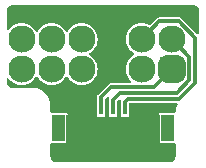
<source format=gbr>
%TF.GenerationSoftware,KiCad,Pcbnew,8.0.4*%
%TF.CreationDate,2024-08-31T12:14:59-06:00*%
%TF.ProjectId,MultiOut,4d756c74-694f-4757-942e-6b696361645f,1*%
%TF.SameCoordinates,Original*%
%TF.FileFunction,Copper,L1,Top*%
%TF.FilePolarity,Positive*%
%FSLAX46Y46*%
G04 Gerber Fmt 4.6, Leading zero omitted, Abs format (unit mm)*
G04 Created by KiCad (PCBNEW 8.0.4) date 2024-08-31 12:14:59*
%MOMM*%
%LPD*%
G01*
G04 APERTURE LIST*
G04 Aperture macros list*
%AMRoundRect*
0 Rectangle with rounded corners*
0 $1 Rounding radius*
0 $2 $3 $4 $5 $6 $7 $8 $9 X,Y pos of 4 corners*
0 Add a 4 corners polygon primitive as box body*
4,1,4,$2,$3,$4,$5,$6,$7,$8,$9,$2,$3,0*
0 Add four circle primitives for the rounded corners*
1,1,$1+$1,$2,$3*
1,1,$1+$1,$4,$5*
1,1,$1+$1,$6,$7*
1,1,$1+$1,$8,$9*
0 Add four rect primitives between the rounded corners*
20,1,$1+$1,$2,$3,$4,$5,0*
20,1,$1+$1,$4,$5,$6,$7,0*
20,1,$1+$1,$6,$7,$8,$9,0*
20,1,$1+$1,$8,$9,$2,$3,0*%
G04 Aperture macros list end*
%TA.AperFunction,EtchedComponent*%
%ADD10C,0.000000*%
%TD*%
%TA.AperFunction,ComponentPad*%
%ADD11RoundRect,0.600000X-0.550000X-0.550000X0.550000X-0.550000X0.550000X0.550000X-0.550000X0.550000X0*%
%TD*%
%TA.AperFunction,ComponentPad*%
%ADD12C,2.300000*%
%TD*%
%TA.AperFunction,SMDPad,CuDef*%
%ADD13R,0.300000X0.800000*%
%TD*%
%TA.AperFunction,SMDPad,CuDef*%
%ADD14R,1.300000X3.049999*%
%TD*%
%TA.AperFunction,ViaPad*%
%ADD15C,0.600000*%
%TD*%
%TA.AperFunction,Conductor*%
%ADD16C,0.300000*%
%TD*%
G04 APERTURE END LIST*
D10*
%TA.AperFunction,EtchedComponent*%
%TO.C,J1*%
G36*
X137950000Y-90200000D02*
G01*
X136850000Y-90200000D01*
X136850000Y-88000000D01*
X137950000Y-88000000D01*
X137950000Y-90200000D01*
G37*
%TD.AperFunction*%
%TA.AperFunction,EtchedComponent*%
G36*
X147150000Y-90200000D02*
G01*
X146050000Y-90200000D01*
X146050000Y-88000000D01*
X147150000Y-88000000D01*
X147150000Y-90200000D01*
G37*
%TD.AperFunction*%
%TD*%
D11*
%TO.P,J2,1,Pin_1*%
%TO.N,/R*%
X146965000Y-84125000D03*
D12*
%TO.P,J2,2,Pin_2*%
%TO.N,/G*%
X146965000Y-81585000D03*
%TO.P,J2,3,Pin_3*%
%TO.N,unconnected-(J2-Pin_3-Pad3)*%
X144425000Y-84125000D03*
%TO.P,J2,4,Pin_4*%
%TO.N,/B*%
X144425000Y-81585000D03*
%TO.P,J2,5,Pin_5*%
%TO.N,GND*%
X141885000Y-84125000D03*
%TO.P,J2,6,Pin_6*%
X141885000Y-81585000D03*
%TO.P,J2,7,Pin_7*%
%TO.N,unconnected-(J2-Pin_7-Pad7)*%
X139345000Y-84125000D03*
%TO.P,J2,8,Pin_8*%
%TO.N,unconnected-(J2-Pin_8-Pad8)*%
X139345000Y-81585000D03*
%TO.P,J2,9,Pin_9*%
%TO.N,unconnected-(J2-Pin_9-Pad9)*%
X136805000Y-84125000D03*
%TO.P,J2,10,Pin_10*%
%TO.N,unconnected-(J2-Pin_10-Pad10)*%
X136805000Y-81585000D03*
%TO.P,J2,11,Pin_11*%
%TO.N,unconnected-(J2-Pin_11-Pad11)*%
X134265000Y-84125000D03*
%TO.P,J2,12,Pin_12*%
%TO.N,unconnected-(J2-Pin_12-Pad12)*%
X134265000Y-81585000D03*
%TD*%
D13*
%TO.P,J1,1,Pin_1*%
%TO.N,GND*%
X140500003Y-87600000D03*
%TO.P,J1,2,Pin_2*%
%TO.N,/R*%
X141000002Y-87600000D03*
%TO.P,J1,3,Pin_3*%
%TO.N,GND*%
X141500004Y-87600000D03*
%TO.P,J1,4,Pin_4*%
%TO.N,/G*%
X142000003Y-87600000D03*
%TO.P,J1,5,Pin_5*%
%TO.N,GND*%
X142500004Y-87600000D03*
%TO.P,J1,6,Pin_6*%
%TO.N,/B*%
X143000003Y-87600000D03*
%TO.P,J1,7,Pin_7*%
%TO.N,GND*%
X143500002Y-87600000D03*
D14*
%TO.P,J1,MP,MountPin*%
X138600003Y-89525000D03*
X145399997Y-89525000D03*
%TD*%
D15*
%TO.N,GND*%
X146900000Y-87400000D03*
X148700000Y-79400000D03*
X133600000Y-79400000D03*
X139800000Y-87600000D03*
X144200000Y-87600000D03*
X137100000Y-87400000D03*
%TD*%
D16*
%TO.N,/G*%
X142575003Y-86125000D02*
X142000003Y-86700000D01*
X146965000Y-81585000D02*
X148465000Y-83085000D01*
X142000003Y-86700000D02*
X142000003Y-87250000D01*
X148465000Y-85075826D02*
X147415826Y-86125000D01*
X147415826Y-86125000D02*
X142575003Y-86125000D01*
X148465000Y-83085000D02*
X148465000Y-85075826D01*
%TO.N,/R*%
X141000002Y-87250000D02*
X141000002Y-86500002D01*
X141875004Y-85625000D02*
X145465000Y-85625000D01*
X141000002Y-86500002D02*
X141875004Y-85625000D01*
X145465000Y-85625000D02*
X146965000Y-84125000D01*
%TO.N,/B*%
X143000003Y-86900000D02*
X143275003Y-86625000D01*
X145925000Y-80085000D02*
X144425000Y-81585000D01*
X147586321Y-80085000D02*
X145925000Y-80085000D01*
X147622932Y-86625000D02*
X148965000Y-85282932D01*
X143000003Y-87600000D02*
X143000003Y-86900000D01*
X148965000Y-81463679D02*
X147586321Y-80085000D01*
X147622933Y-86625000D02*
X147622932Y-86625000D01*
X148965000Y-85282932D02*
X148965000Y-81463679D01*
X143275003Y-86625000D02*
X147622933Y-86625000D01*
%TD*%
%TA.AperFunction,Conductor*%
%TO.N,GND*%
G36*
X148805512Y-78701121D02*
G01*
X148900073Y-78711775D01*
X148921669Y-78716705D01*
X149006202Y-78746283D01*
X149026168Y-78755899D01*
X149064079Y-78779720D01*
X149101987Y-78803540D01*
X149119319Y-78817361D01*
X149182638Y-78880680D01*
X149196459Y-78898012D01*
X149244098Y-78973828D01*
X149253718Y-78993804D01*
X149283291Y-79078323D01*
X149288223Y-79099934D01*
X149298876Y-79194477D01*
X149299499Y-79205562D01*
X149299499Y-81063489D01*
X149280592Y-81121680D01*
X149231092Y-81157644D01*
X149169906Y-81157644D01*
X149130497Y-81133494D01*
X147801533Y-79804530D01*
X147721609Y-79758386D01*
X147632465Y-79734500D01*
X145878856Y-79734500D01*
X145789712Y-79758386D01*
X145789711Y-79758386D01*
X145789709Y-79758387D01*
X145709789Y-79804529D01*
X145709787Y-79804531D01*
X145152202Y-80362114D01*
X145097686Y-80389891D01*
X145040360Y-80381834D01*
X144888666Y-80311098D01*
X144888667Y-80311098D01*
X144812578Y-80290710D01*
X144660408Y-80249937D01*
X144660407Y-80249936D01*
X144660400Y-80249935D01*
X144425004Y-80229341D01*
X144424996Y-80229341D01*
X144189599Y-80249935D01*
X143961332Y-80311098D01*
X143747181Y-80410959D01*
X143747173Y-80410963D01*
X143553603Y-80546501D01*
X143386501Y-80713603D01*
X143250963Y-80907173D01*
X143250959Y-80907181D01*
X143151098Y-81121332D01*
X143089935Y-81349599D01*
X143069341Y-81584995D01*
X143069341Y-81585004D01*
X143089935Y-81820400D01*
X143089936Y-81820407D01*
X143089937Y-81820408D01*
X143151097Y-82048663D01*
X143250965Y-82262830D01*
X143386505Y-82456401D01*
X143553599Y-82623495D01*
X143747170Y-82759035D01*
X143760552Y-82765275D01*
X143805300Y-82807003D01*
X143816975Y-82867064D01*
X143791117Y-82922517D01*
X143760554Y-82944724D01*
X143747173Y-82950963D01*
X143553603Y-83086501D01*
X143386501Y-83253603D01*
X143250963Y-83447173D01*
X143250959Y-83447181D01*
X143151098Y-83661332D01*
X143089935Y-83889599D01*
X143069341Y-84124995D01*
X143069341Y-84125004D01*
X143089935Y-84360400D01*
X143089936Y-84360407D01*
X143089937Y-84360408D01*
X143151097Y-84588663D01*
X143250965Y-84802830D01*
X143386505Y-84996401D01*
X143495602Y-85105498D01*
X143523378Y-85160013D01*
X143513807Y-85220445D01*
X143470542Y-85263710D01*
X143425597Y-85274500D01*
X141828860Y-85274500D01*
X141797999Y-85282769D01*
X141767138Y-85291038D01*
X141767137Y-85291037D01*
X141739719Y-85298384D01*
X141659792Y-85344530D01*
X140719528Y-86284794D01*
X140687534Y-86340209D01*
X140687535Y-86340210D01*
X140673388Y-86364713D01*
X140649502Y-86453859D01*
X140649502Y-88019746D01*
X140649503Y-88019758D01*
X140661134Y-88078227D01*
X140661135Y-88078231D01*
X140705450Y-88144552D01*
X140771771Y-88188867D01*
X140816233Y-88197711D01*
X140830243Y-88200498D01*
X140830248Y-88200498D01*
X140830254Y-88200500D01*
X140830255Y-88200500D01*
X141169749Y-88200500D01*
X141169750Y-88200500D01*
X141228233Y-88188867D01*
X141294554Y-88144552D01*
X141338869Y-88078231D01*
X141350502Y-88019748D01*
X141350502Y-87180252D01*
X141350502Y-86686192D01*
X141369409Y-86628001D01*
X141379498Y-86616189D01*
X141500861Y-86494825D01*
X141555378Y-86467047D01*
X141615810Y-86476618D01*
X141659074Y-86519883D01*
X141668646Y-86580315D01*
X141666492Y-86590450D01*
X141649503Y-86653856D01*
X141649503Y-88019746D01*
X141649504Y-88019758D01*
X141661135Y-88078227D01*
X141661136Y-88078231D01*
X141705451Y-88144552D01*
X141771772Y-88188867D01*
X141816234Y-88197711D01*
X141830244Y-88200498D01*
X141830249Y-88200498D01*
X141830255Y-88200500D01*
X141830256Y-88200500D01*
X142169750Y-88200500D01*
X142169751Y-88200500D01*
X142228234Y-88188867D01*
X142294555Y-88144552D01*
X142338870Y-88078231D01*
X142350503Y-88019748D01*
X142350503Y-87180252D01*
X142350503Y-86886190D01*
X142369410Y-86827999D01*
X142379499Y-86816187D01*
X142500862Y-86694823D01*
X142555379Y-86667045D01*
X142615811Y-86676616D01*
X142659075Y-86719881D01*
X142668647Y-86780313D01*
X142666493Y-86790445D01*
X142656432Y-86827999D01*
X142649503Y-86853857D01*
X142649503Y-88019746D01*
X142649504Y-88019758D01*
X142661135Y-88078227D01*
X142661136Y-88078231D01*
X142705451Y-88144552D01*
X142771772Y-88188867D01*
X142816234Y-88197711D01*
X142830244Y-88200498D01*
X142830249Y-88200498D01*
X142830255Y-88200500D01*
X142830256Y-88200500D01*
X143169750Y-88200500D01*
X143169751Y-88200500D01*
X143228234Y-88188867D01*
X143294555Y-88144552D01*
X143338870Y-88078231D01*
X143350503Y-88019748D01*
X143350503Y-87180252D01*
X143350503Y-87086190D01*
X143369410Y-87027999D01*
X143379499Y-87016186D01*
X143391189Y-87004496D01*
X143445706Y-86976719D01*
X143461193Y-86975500D01*
X147372922Y-86975500D01*
X147431113Y-86994407D01*
X147467077Y-87043907D01*
X147467077Y-87105093D01*
X147462977Y-87115622D01*
X147433462Y-87180252D01*
X147390514Y-87274295D01*
X147330045Y-87480234D01*
X147330045Y-87480235D01*
X147299501Y-87692678D01*
X147299501Y-87704480D01*
X147280594Y-87762671D01*
X147231094Y-87798635D01*
X147178473Y-87800998D01*
X147150001Y-87794500D01*
X147150000Y-87794500D01*
X146050000Y-87794500D01*
X146049998Y-87794500D01*
X146004272Y-87799651D01*
X145921872Y-87839334D01*
X145864850Y-87910837D01*
X145844500Y-88000000D01*
X145844500Y-90200001D01*
X145849651Y-90245727D01*
X145889334Y-90328127D01*
X145960837Y-90385149D01*
X146050000Y-90405500D01*
X147149999Y-90405500D01*
X147150000Y-90405500D01*
X147189415Y-90401059D01*
X147249356Y-90413333D01*
X147290636Y-90458495D01*
X147299499Y-90499437D01*
X147299499Y-91494436D01*
X147298876Y-91505521D01*
X147288223Y-91600068D01*
X147283290Y-91621682D01*
X147253717Y-91706194D01*
X147244099Y-91726166D01*
X147196459Y-91801985D01*
X147182637Y-91819318D01*
X147119318Y-91882637D01*
X147101985Y-91896459D01*
X147026166Y-91944099D01*
X147006194Y-91953717D01*
X146921682Y-91983290D01*
X146900068Y-91988223D01*
X146805522Y-91998876D01*
X146794437Y-91999499D01*
X137205563Y-91999499D01*
X137194478Y-91998876D01*
X137099931Y-91988223D01*
X137078317Y-91983290D01*
X136993805Y-91953717D01*
X136973833Y-91944099D01*
X136898014Y-91896459D01*
X136880681Y-91882637D01*
X136817362Y-91819318D01*
X136803540Y-91801985D01*
X136755900Y-91726166D01*
X136746282Y-91706194D01*
X136716707Y-91621676D01*
X136711775Y-91600070D01*
X136701123Y-91505520D01*
X136700501Y-91494436D01*
X136700501Y-91414418D01*
X136700500Y-91414412D01*
X136700500Y-90495519D01*
X136719407Y-90437328D01*
X136768907Y-90401364D01*
X136821531Y-90399002D01*
X136849998Y-90405500D01*
X136850000Y-90405500D01*
X137949999Y-90405500D01*
X137950000Y-90405500D01*
X137995728Y-90400348D01*
X138078127Y-90360666D01*
X138135149Y-90289163D01*
X138155500Y-90200000D01*
X138155500Y-88000000D01*
X138150348Y-87954272D01*
X138110666Y-87871873D01*
X138039163Y-87814851D01*
X138039162Y-87814850D01*
X137950000Y-87794500D01*
X136850000Y-87794500D01*
X136849993Y-87794500D01*
X136810582Y-87798940D01*
X136750640Y-87786665D01*
X136709362Y-87741502D01*
X136700500Y-87700562D01*
X136700500Y-87092676D01*
X136682172Y-86965211D01*
X136669954Y-86880231D01*
X136609484Y-86674290D01*
X136520321Y-86479050D01*
X136518040Y-86475500D01*
X136404286Y-86298494D01*
X136404277Y-86298482D01*
X136263732Y-86136285D01*
X136263730Y-86136283D01*
X136263724Y-86136276D01*
X136244673Y-86119768D01*
X136101517Y-85995722D01*
X136101505Y-85995713D01*
X135920959Y-85879684D01*
X135920953Y-85879681D01*
X135920950Y-85879679D01*
X135725710Y-85790516D01*
X135725708Y-85790515D01*
X135725705Y-85790514D01*
X135533596Y-85734106D01*
X135519769Y-85730046D01*
X135519767Y-85730045D01*
X135519765Y-85730045D01*
X135307323Y-85699500D01*
X135307318Y-85699500D01*
X135265892Y-85699500D01*
X133565893Y-85699499D01*
X133505563Y-85699499D01*
X133494478Y-85698876D01*
X133399931Y-85688223D01*
X133378317Y-85683290D01*
X133293805Y-85653717D01*
X133273833Y-85644099D01*
X133198014Y-85596459D01*
X133180681Y-85582637D01*
X133117362Y-85519318D01*
X133103540Y-85501985D01*
X133055900Y-85426166D01*
X133046282Y-85406194D01*
X133043731Y-85398903D01*
X133016707Y-85321676D01*
X133011775Y-85300067D01*
X133011585Y-85298384D01*
X133001123Y-85205520D01*
X133000501Y-85194436D01*
X133000501Y-84987621D01*
X133019408Y-84929430D01*
X133068908Y-84893466D01*
X133130094Y-84893466D01*
X133179594Y-84929430D01*
X133180556Y-84930779D01*
X133226505Y-84996401D01*
X133393599Y-85163495D01*
X133587170Y-85299035D01*
X133801337Y-85398903D01*
X134029592Y-85460063D01*
X134029596Y-85460063D01*
X134029599Y-85460064D01*
X134264996Y-85480659D01*
X134265000Y-85480659D01*
X134265004Y-85480659D01*
X134500400Y-85460064D01*
X134500401Y-85460063D01*
X134500408Y-85460063D01*
X134728663Y-85398903D01*
X134942830Y-85299035D01*
X135136401Y-85163495D01*
X135303495Y-84996401D01*
X135439035Y-84802830D01*
X135445275Y-84789447D01*
X135487003Y-84744700D01*
X135547064Y-84733025D01*
X135602517Y-84758883D01*
X135624724Y-84789447D01*
X135630965Y-84802830D01*
X135766505Y-84996401D01*
X135933599Y-85163495D01*
X136127170Y-85299035D01*
X136341337Y-85398903D01*
X136569592Y-85460063D01*
X136569596Y-85460063D01*
X136569599Y-85460064D01*
X136804996Y-85480659D01*
X136805000Y-85480659D01*
X136805004Y-85480659D01*
X137040400Y-85460064D01*
X137040401Y-85460063D01*
X137040408Y-85460063D01*
X137268663Y-85398903D01*
X137482830Y-85299035D01*
X137676401Y-85163495D01*
X137843495Y-84996401D01*
X137979035Y-84802830D01*
X137985275Y-84789447D01*
X138027003Y-84744700D01*
X138087064Y-84733025D01*
X138142517Y-84758883D01*
X138164724Y-84789447D01*
X138170965Y-84802830D01*
X138306505Y-84996401D01*
X138473599Y-85163495D01*
X138667170Y-85299035D01*
X138881337Y-85398903D01*
X139109592Y-85460063D01*
X139109596Y-85460063D01*
X139109599Y-85460064D01*
X139344996Y-85480659D01*
X139345000Y-85480659D01*
X139345004Y-85480659D01*
X139580400Y-85460064D01*
X139580401Y-85460063D01*
X139580408Y-85460063D01*
X139808663Y-85398903D01*
X140022830Y-85299035D01*
X140216401Y-85163495D01*
X140383495Y-84996401D01*
X140519035Y-84802830D01*
X140618903Y-84588663D01*
X140680063Y-84360408D01*
X140700659Y-84125000D01*
X140680063Y-83889592D01*
X140618903Y-83661337D01*
X140615000Y-83652967D01*
X140519040Y-83447181D01*
X140519036Y-83447173D01*
X140383498Y-83253603D01*
X140383497Y-83253602D01*
X140383495Y-83253599D01*
X140216401Y-83086505D01*
X140216397Y-83086502D01*
X140216396Y-83086501D01*
X140109007Y-83011307D01*
X140022830Y-82950965D01*
X140009447Y-82944724D01*
X139964700Y-82902997D01*
X139953025Y-82842936D01*
X139978883Y-82787483D01*
X140009448Y-82765275D01*
X140022830Y-82759035D01*
X140216401Y-82623495D01*
X140383495Y-82456401D01*
X140519035Y-82262830D01*
X140618903Y-82048663D01*
X140680063Y-81820408D01*
X140696339Y-81634382D01*
X140700659Y-81585004D01*
X140700659Y-81584995D01*
X140680064Y-81349599D01*
X140680063Y-81349596D01*
X140680063Y-81349592D01*
X140618903Y-81121337D01*
X140591928Y-81063489D01*
X140519040Y-80907181D01*
X140519036Y-80907173D01*
X140518818Y-80906862D01*
X140383495Y-80713599D01*
X140216401Y-80546505D01*
X140216397Y-80546502D01*
X140216396Y-80546501D01*
X140109007Y-80471307D01*
X140022830Y-80410965D01*
X139808663Y-80311097D01*
X139580408Y-80249937D01*
X139580407Y-80249936D01*
X139580400Y-80249935D01*
X139345004Y-80229341D01*
X139344996Y-80229341D01*
X139109599Y-80249935D01*
X138881332Y-80311098D01*
X138667181Y-80410959D01*
X138667173Y-80410963D01*
X138473603Y-80546501D01*
X138306501Y-80713603D01*
X138170963Y-80907173D01*
X138164724Y-80920554D01*
X138122995Y-80965301D01*
X138062933Y-80976975D01*
X138007481Y-80951116D01*
X137985276Y-80920554D01*
X137979036Y-80907173D01*
X137978818Y-80906862D01*
X137843495Y-80713599D01*
X137676401Y-80546505D01*
X137676397Y-80546502D01*
X137676396Y-80546501D01*
X137569007Y-80471307D01*
X137482830Y-80410965D01*
X137268663Y-80311097D01*
X137040408Y-80249937D01*
X137040407Y-80249936D01*
X137040400Y-80249935D01*
X136805004Y-80229341D01*
X136804996Y-80229341D01*
X136569599Y-80249935D01*
X136341332Y-80311098D01*
X136127181Y-80410959D01*
X136127173Y-80410963D01*
X135933603Y-80546501D01*
X135766501Y-80713603D01*
X135630963Y-80907173D01*
X135624724Y-80920554D01*
X135582995Y-80965301D01*
X135522933Y-80976975D01*
X135467481Y-80951116D01*
X135445276Y-80920554D01*
X135439036Y-80907173D01*
X135438818Y-80906862D01*
X135303495Y-80713599D01*
X135136401Y-80546505D01*
X135136397Y-80546502D01*
X135136396Y-80546501D01*
X135029007Y-80471307D01*
X134942830Y-80410965D01*
X134728663Y-80311097D01*
X134500408Y-80249937D01*
X134500407Y-80249936D01*
X134500400Y-80249935D01*
X134265004Y-80229341D01*
X134264996Y-80229341D01*
X134029599Y-80249935D01*
X133801332Y-80311098D01*
X133587181Y-80410959D01*
X133587173Y-80410963D01*
X133393603Y-80546501D01*
X133226501Y-80713603D01*
X133180597Y-80779162D01*
X133131732Y-80815984D01*
X133070556Y-80817052D01*
X133020436Y-80781958D01*
X133000516Y-80724106D01*
X133000501Y-80722378D01*
X133000501Y-80229341D01*
X133000501Y-79205545D01*
X133001124Y-79194478D01*
X133011777Y-79099931D01*
X133016709Y-79078323D01*
X133046285Y-78993799D01*
X133055901Y-78973833D01*
X133103544Y-78898009D01*
X133117359Y-78880685D01*
X133180686Y-78817358D01*
X133198016Y-78803540D01*
X133273835Y-78755901D01*
X133293800Y-78746285D01*
X133378326Y-78716707D01*
X133399928Y-78711777D01*
X133494498Y-78701121D01*
X133505582Y-78700500D01*
X133565893Y-78700500D01*
X148734108Y-78700500D01*
X148794444Y-78700500D01*
X148805512Y-78701121D01*
G37*
%TD.AperFunction*%
%TD*%
M02*

</source>
